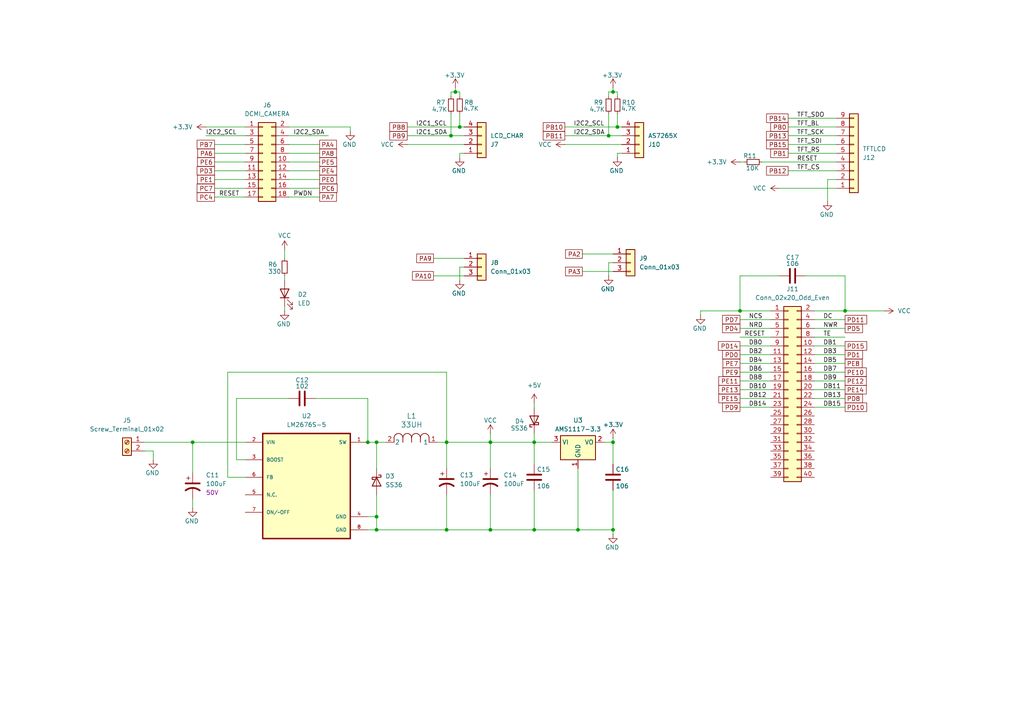
<source format=kicad_sch>
(kicad_sch (version 20250114) (generator "eeschema") (generator_version "9.0")
  (paper "A4")
  (lib_symbols
    (symbol "Connector:Screw_Terminal_01x02" (pin_names (offset 1.016) (hide yes))
      (property "Reference" "J" (at 0 2.54 0))
      (property "Value" "Screw_Terminal_01x02" (at 0 -5.08 0))
      (symbol "Screw_Terminal_01x02_1_1"
        (rectangle (start -1.27 1.27) (end 1.27 -3.81) (stroke (width 0.254)) (fill (type background)))
        (polyline (pts (xy -0.5334 0.3302) (xy 0.3302 -0.508)) (stroke (width 0.1524)))
        (polyline (pts (xy -0.5334 -2.2098) (xy 0.3302 -3.048)) (stroke (width 0.1524)))
        (polyline (pts (xy -0.3556 0.508) (xy 0.508 -0.3302)) (stroke (width 0.1524)))
        (polyline (pts (xy -0.3556 -2.032) (xy 0.508 -2.8702)) (stroke (width 0.1524)))
        (circle (center 0 0) (radius 0.635) (stroke (width 0.1524)))
        (circle (center 0 -2.54) (radius 0.635) (stroke (width 0.1524)))
        (pin passive line (at -5.08 0 0) (length 3.81) (name "Pin_1") (number "1"))
        (pin passive line (at -5.08 -2.54 0) (length 3.81) (name "Pin_2") (number "2"))
      )
    )
    (symbol "Connector_Generic:Conn_01x03" (pin_names (offset 1.016) (hide yes))
      (property "Reference" "J" (at 0 5.08 0))
      (property "Value" "Conn_01x03" (at 0 -5.08 0))
      (symbol "Conn_01x03_1_1"
        (rectangle (start -1.27 3.81) (end 1.27 -3.81) (stroke (width 0.254)) (fill (type background)))
        (rectangle (start -1.27 2.667) (end 0 2.413) (stroke (width 0.1524)))
        (rectangle (start -1.27 0.127) (end 0 -0.127) (stroke (width 0.1524)))
        (rectangle (start -1.27 -2.413) (end 0 -2.667) (stroke (width 0.1524)))
        (pin passive line (at -5.08 2.54 0) (length 3.81) (name "Pin_1") (number "1"))
        (pin passive line (at -5.08 0 0) (length 3.81) (name "Pin_2") (number "2"))
        (pin passive line (at -5.08 -2.54 0) (length 3.81) (name "Pin_3") (number "3"))
      )
    )
    (symbol "Connector_Generic:Conn_01x04" (pin_names (offset 1.016) (hide yes))
      (property "Reference" "J" (at 0 5.08 0))
      (property "Value" "Conn_01x04" (at 0 -7.62 0))
      (symbol "Conn_01x04_1_1"
        (rectangle (start -1.27 3.81) (end 1.27 -6.35) (stroke (width 0.254)) (fill (type background)))
        (rectangle (start -1.27 2.667) (end 0 2.413) (stroke (width 0.1524)))
        (rectangle (start -1.27 0.127) (end 0 -0.127) (stroke (width 0.1524)))
        (rectangle (start -1.27 -2.413) (end 0 -2.667) (stroke (width 0.1524)))
        (rectangle (start -1.27 -4.953) (end 0 -5.207) (stroke (width 0.1524)))
        (pin passive line (at -5.08 2.54 0) (length 3.81) (name "Pin_1") (number "1"))
        (pin passive line (at -5.08 0 0) (length 3.81) (name "Pin_2") (number "2"))
        (pin passive line (at -5.08 -2.54 0) (length 3.81) (name "Pin_3") (number "3"))
        (pin passive line (at -5.08 -5.08 0) (length 3.81) (name "Pin_4") (number "4"))
      )
    )
    (symbol "Connector_Generic:Conn_01x09" (pin_names (offset 1.016) (hide yes))
      (property "Reference" "J" (at 0 12.7 0))
      (property "Value" "Conn_01x09" (at 0 -12.7 0))
      (symbol "Conn_01x09_1_1"
        (rectangle (start -1.27 11.43) (end 1.27 -11.43) (stroke (width 0.254)) (fill (type background)))
        (rectangle (start -1.27 10.287) (end 0 10.033) (stroke (width 0.1524)))
        (rectangle (start -1.27 7.747) (end 0 7.493) (stroke (width 0.1524)))
        (rectangle (start -1.27 5.207) (end 0 4.953) (stroke (width 0.1524)))
        (rectangle (start -1.27 2.667) (end 0 2.413) (stroke (width 0.1524)))
        (rectangle (start -1.27 0.127) (end 0 -0.127) (stroke (width 0.1524)))
        (rectangle (start -1.27 -2.413) (end 0 -2.667) (stroke (width 0.1524)))
        (rectangle (start -1.27 -4.953) (end 0 -5.207) (stroke (width 0.1524)))
        (rectangle (start -1.27 -7.493) (end 0 -7.747) (stroke (width 0.1524)))
        (rectangle (start -1.27 -10.033) (end 0 -10.287) (stroke (width 0.1524)))
        (pin passive line (at -5.08 10.16 0) (length 3.81) (name "Pin_1") (number "1"))
        (pin passive line (at -5.08 7.62 0) (length 3.81) (name "Pin_2") (number "2"))
        (pin passive line (at -5.08 5.08 0) (length 3.81) (name "Pin_3") (number "3"))
        (pin passive line (at -5.08 2.54 0) (length 3.81) (name "Pin_4") (number "4"))
        (pin passive line (at -5.08 0 0) (length 3.81) (name "Pin_5") (number "5"))
        (pin passive line (at -5.08 -2.54 0) (length 3.81) (name "Pin_6") (number "6"))
        (pin passive line (at -5.08 -5.08 0) (length 3.81) (name "Pin_7") (number "7"))
        (pin passive line (at -5.08 -7.62 0) (length 3.81) (name "Pin_8") (number "8"))
        (pin passive line (at -5.08 -10.16 0) (length 3.81) (name "Pin_9") (number "9"))
      )
    )
    (symbol "Connector_Generic:Conn_02x09_Odd_Even" (pin_names (offset 1.016) (hide yes))
      (property "Reference" "J" (at 1.27 12.7 0))
      (property "Value" "Conn_02x09_Odd_Even" (at 1.27 -12.7 0))
      (symbol "Conn_02x09_Odd_Even_1_1"
        (rectangle (start -1.27 11.43) (end 3.81 -11.43) (stroke (width 0.254)) (fill (type background)))
        (rectangle (start -1.27 10.287) (end 0 10.033) (stroke (width 0.1524)))
        (rectangle (start -1.27 7.747) (end 0 7.493) (stroke (width 0.1524)))
        (rectangle (start -1.27 5.207) (end 0 4.953) (stroke (width 0.1524)))
        (rectangle (start -1.27 2.667) (end 0 2.413) (stroke (width 0.1524)))
        (rectangle (start -1.27 0.127) (end 0 -0.127) (stroke (width 0.1524)))
        (rectangle (start -1.27 -2.413) (end 0 -2.667) (stroke (width 0.1524)))
        (rectangle (start -1.27 -4.953) (end 0 -5.207) (stroke (width 0.1524)))
        (rectangle (start -1.27 -7.493) (end 0 -7.747) (stroke (width 0.1524)))
        (rectangle (start -1.27 -10.033) (end 0 -10.287) (stroke (width 0.1524)))
        (rectangle (start 3.81 10.287) (end 2.54 10.033) (stroke (width 0.1524)))
        (rectangle (start 3.81 7.747) (end 2.54 7.493) (stroke (width 0.1524)))
        (rectangle (start 3.81 5.207) (end 2.54 4.953) (stroke (width 0.1524)))
        (rectangle (start 3.81 2.667) (end 2.54 2.413) (stroke (width 0.1524)))
        (rectangle (start 3.81 0.127) (end 2.54 -0.127) (stroke (width 0.1524)))
        (rectangle (start 3.81 -2.413) (end 2.54 -2.667) (stroke (width 0.1524)))
        (rectangle (start 3.81 -4.953) (end 2.54 -5.207) (stroke (width 0.1524)))
        (rectangle (start 3.81 -7.493) (end 2.54 -7.747) (stroke (width 0.1524)))
        (rectangle (start 3.81 -10.033) (end 2.54 -10.287) (stroke (width 0.1524)))
        (pin passive line (at -5.08 10.16 0) (length 3.81) (name "Pin_1") (number "1"))
        (pin passive line (at -5.08 7.62 0) (length 3.81) (name "Pin_3") (number "3"))
        (pin passive line (at -5.08 5.08 0) (length 3.81) (name "Pin_5") (number "5"))
        (pin passive line (at -5.08 2.54 0) (length 3.81) (name "Pin_7") (number "7"))
        (pin passive line (at -5.08 0 0) (length 3.81) (name "Pin_9") (number "9"))
        (pin passive line (at -5.08 -2.54 0) (length 3.81) (name "Pin_11") (number "11"))
        (pin passive line (at -5.08 -5.08 0) (length 3.81) (name "Pin_13") (number "13"))
        (pin passive line (at -5.08 -7.62 0) (length 3.81) (name "Pin_15") (number "15"))
        (pin passive line (at -5.08 -10.16 0) (length 3.81) (name "Pin_17") (number "17"))
        (pin passive line (at 7.62 10.16 180) (length 3.81) (name "Pin_2") (number "2"))
        (pin passive line (at 7.62 7.62 180) (length 3.81) (name "Pin_4") (number "4"))
        (pin passive line (at 7.62 5.08 180) (length 3.81) (name "Pin_6") (number "6"))
        (pin passive line (at 7.62 2.54 180) (length 3.81) (name "Pin_8") (number "8"))
        (pin passive line (at 7.62 0 180) (length 3.81) (name "Pin_10") (number "10"))
        (pin passive line (at 7.62 -2.54 180) (length 3.81) (name "Pin_12") (number "12"))
        (pin passive line (at 7.62 -5.08 180) (length 3.81) (name "Pin_14") (number "14"))
        (pin passive line (at 7.62 -7.62 180) (length 3.81) (name "Pin_16") (number "16"))
        (pin passive line (at 7.62 -10.16 180) (length 3.81) (name "Pin_18") (number "18"))
      )
    )
    (symbol "Connector_Generic:Conn_02x20_Odd_Even" (pin_names (offset 1.016) (hide yes))
      (property "Reference" "J" (at 1.27 25.4 0))
      (property "Value" "Conn_02x20_Odd_Even" (at 1.27 -27.94 0))
      (symbol "Conn_02x20_Odd_Even_1_1"
        (rectangle (start -1.27 24.13) (end 3.81 -26.67) (stroke (width 0.254)) (fill (type background)))
        (rectangle (start -1.27 22.987) (end 0 22.733) (stroke (width 0.1524)))
        (rectangle (start -1.27 20.447) (end 0 20.193) (stroke (width 0.1524)))
        (rectangle (start -1.27 17.907) (end 0 17.653) (stroke (width 0.1524)))
        (rectangle (start -1.27 15.367) (end 0 15.113) (stroke (width 0.1524)))
        (rectangle (start -1.27 12.827) (end 0 12.573) (stroke (width 0.1524)))
        (rectangle (start -1.27 10.287) (end 0 10.033) (stroke (width 0.1524)))
        (rectangle (start -1.27 7.747) (end 0 7.493) (stroke (width 0.1524)))
        (rectangle (start -1.27 5.207) (end 0 4.953) (stroke (width 0.1524)))
        (rectangle (start -1.27 2.667) (end 0 2.413) (stroke (width 0.1524)))
        (rectangle (start -1.27 0.127) (end 0 -0.127) (stroke (width 0.1524)))
        (rectangle (start -1.27 -2.413) (end 0 -2.667) (stroke (width 0.1524)))
        (rectangle (start -1.27 -4.953) (end 0 -5.207) (stroke (width 0.1524)))
        (rectangle (start -1.27 -7.493) (end 0 -7.747) (stroke (width 0.1524)))
        (rectangle (start -1.27 -10.033) (end 0 -10.287) (stroke (width 0.1524)))
        (rectangle (start -1.27 -12.573) (end 0 -12.827) (stroke (width 0.1524)))
        (rectangle (start -1.27 -15.113) (end 0 -15.367) (stroke (width 0.1524)))
        (rectangle (start -1.27 -17.653) (end 0 -17.907) (stroke (width 0.1524)))
        (rectangle (start -1.27 -20.193) (end 0 -20.447) (stroke (width 0.1524)))
        (rectangle (start -1.27 -22.733) (end 0 -22.987) (stroke (width 0.1524)))
        (rectangle (start -1.27 -25.273) (end 0 -25.527) (stroke (width 0.1524)))
        (rectangle (start 3.81 22.987) (end 2.54 22.733) (stroke (width 0.1524)))
        (rectangle (start 3.81 20.447) (end 2.54 20.193) (stroke (width 0.1524)))
        (rectangle (start 3.81 17.907) (end 2.54 17.653) (stroke (width 0.1524)))
        (rectangle (start 3.81 15.367) (end 2.54 15.113) (stroke (width 0.1524)))
        (rectangle (start 3.81 12.827) (end 2.54 12.573) (stroke (width 0.1524)))
        (rectangle (start 3.81 10.287) (end 2.54 10.033) (stroke (width 0.1524)))
        (rectangle (start 3.81 7.747) (end 2.54 7.493) (stroke (width 0.1524)))
        (rectangle (start 3.81 5.207) (end 2.54 4.953) (stroke (width 0.1524)))
        (rectangle (start 3.81 2.667) (end 2.54 2.413) (stroke (width 0.1524)))
        (rectangle (start 3.81 0.127) (end 2.54 -0.127) (stroke (width 0.1524)))
        (rectangle (start 3.81 -2.413) (end 2.54 -2.667) (stroke (width 0.1524)))
        (rectangle (start 3.81 -4.953) (end 2.54 -5.207) (stroke (width 0.1524)))
        (rectangle (start 3.81 -7.493) (end 2.54 -7.747) (stroke (width 0.1524)))
        (rectangle (start 3.81 -10.033) (end 2.54 -10.287) (stroke (width 0.1524)))
        (rectangle (start 3.81 -12.573) (end 2.54 -12.827) (stroke (width 0.1524)))
        (rectangle (start 3.81 -15.113) (end 2.54 -15.367) (stroke (width 0.1524)))
        (rectangle (start 3.81 -17.653) (end 2.54 -17.907) (stroke (width 0.1524)))
        (rectangle (start 3.81 -20.193) (end 2.54 -20.447) (stroke (width 0.1524)))
        (rectangle (start 3.81 -22.733) (end 2.54 -22.987) (stroke (width 0.1524)))
        (rectangle (start 3.81 -25.273) (end 2.54 -25.527) (stroke (width 0.1524)))
        (pin passive line (at -5.08 22.86 0) (length 3.81) (name "Pin_1") (number "1"))
        (pin passive line (at -5.08 20.32 0) (length 3.81) (name "Pin_3") (number "3"))
        (pin passive line (at -5.08 17.78 0) (length 3.81) (name "Pin_5") (number "5"))
        (pin passive line (at -5.08 15.24 0) (length 3.81) (name "Pin_7") (number "7"))
        (pin passive line (at -5.08 12.7 0) (length 3.81) (name "Pin_9") (number "9"))
        (pin passive line (at -5.08 10.16 0) (length 3.81) (name "Pin_11") (number "11"))
        (pin passive line (at -5.08 7.62 0) (length 3.81) (name "Pin_13") (number "13"))
        (pin passive line (at -5.08 5.08 0) (length 3.81) (name "Pin_15") (number "15"))
        (pin passive line (at -5.08 2.54 0) (length 3.81) (name "Pin_17") (number "17"))
        (pin passive line (at -5.08 0 0) (length 3.81) (name "Pin_19") (number "19"))
        (pin passive line (at -5.08 -2.54 0) (length 3.81) (name "Pin_21") (number "21"))
        (pin passive line (at -5.08 -5.08 0) (length 3.81) (name "Pin_23") (number "23"))
        (pin passive line (at -5.08 -7.62 0) (length 3.81) (name "Pin_25") (number "25"))
        (pin passive line (at -5.08 -10.16 0) (length 3.81) (name "Pin_27") (number "27"))
        (pin passive line (at -5.08 -12.7 0) (length 3.81) (name "Pin_29") (number "29"))
        (pin passive line (at -5.08 -15.24 0) (length 3.81) (name "Pin_31") (number "31"))
        (pin passive line (at -5.08 -17.78 0) (length 3.81) (name "Pin_33") (number "33"))
        (pin passive line (at -5.08 -20.32 0) (length 3.81) (name "Pin_35") (number "35"))
        (pin passive line (at -5.08 -22.86 0) (length 3.81) (name "Pin_37") (number "37"))
        (pin passive line (at -5.08 -25.4 0) (length 3.81) (name "Pin_39") (number "39"))
        (pin passive line (at 7.62 22.86 180) (length 3.81) (name "Pin_2") (number "2"))
        (pin passive line (at 7.62 20.32 180) (length 3.81) (name "Pin_4") (number "4"))
        (pin passive line (at 7.62 17.78 180) (length 3.81) (name "Pin_6") (number "6"))
        (pin passive line (at 7.62 15.24 180) (length 3.81) (name "Pin_8") (number "8"))
        (pin passive line (at 7.62 12.7 180) (length 3.81) (name "Pin_10") (number "10"))
        (pin passive line (at 7.62 10.16 180) (length 3.81) (name "Pin_12") (number "12"))
        (pin passive line (at 7.62 7.62 180) (length 3.81) (name "Pin_14") (number "14"))
        (pin passive line (at 7.62 5.08 180) (length 3.81) (name "Pin_16") (number "16"))
        (pin passive line (at 7.62 2.54 180) (length 3.81) (name "Pin_18") (number "18"))
        (pin passive line (at 7.62 0 180) (length 3.81) (name "Pin_20") (number "20"))
        (pin passive line (at 7.62 -2.54 180) (length 3.81) (name "Pin_22") (number "22"))
        (pin passive line (at 7.62 -5.08 180) (length 3.81) (name "Pin_24") (number "24"))
        (pin passive line (at 7.62 -7.62 180) (length 3.81) (name "Pin_26") (number "26"))
        (pin passive line (at 7.62 -10.16 180) (length 3.81) (name "Pin_28") (number "28"))
        (pin passive line (at 7.62 -12.7 180) (length 3.81) (name "Pin_30") (number "30"))
        (pin passive line (at 7.62 -15.24 180) (length 3.81) (name "Pin_32") (number "32"))
        (pin passive line (at 7.62 -17.78 180) (length 3.81) (name "Pin_34") (number "34"))
        (pin passive line (at 7.62 -20.32 180) (length 3.81) (name "Pin_36") (number "36"))
        (pin passive line (at 7.62 -22.86 180) (length 3.81) (name "Pin_38") (number "38"))
        (pin passive line (at 7.62 -25.4 180) (length 3.81) (name "Pin_40") (number "40"))
      )
    )
    (symbol "Device:C" (pin_numbers (hide yes)) (pin_names (offset 0.254))
      (property "Reference" "C" (at 0.635 2.54 0))
      (property "Value" "C" (at 0.635 -2.54 0))
      (symbol "C_0_1"
        (polyline (pts (xy -2.032 0.762) (xy 2.032 0.762)) (stroke (width 0.508)))
        (polyline (pts (xy -2.032 -0.762) (xy 2.032 -0.762)) (stroke (width 0.508)))
      )
      (symbol "C_1_1"
        (pin passive line (at 0 3.81 270) (length 2.794) (name "~") (number "1"))
        (pin passive line (at 0 -3.81 90) (length 2.794) (name "~") (number "2"))
      )
    )
    (symbol "Device:C_Polarized_US" (pin_numbers (hide yes)) (pin_names (offset 0.254) (hide yes))
      (property "Reference" "C" (at 0.635 2.54 0))
      (property "Value" "C_Polarized_US" (at 0.635 -2.54 0))
      (symbol "C_Polarized_US_0_1"
        (polyline (pts (xy -2.032 0.762) (xy 2.032 0.762)) (stroke (width 0.508)))
        (polyline (pts (xy -1.778 2.286) (xy -0.762 2.286)))
        (polyline (pts (xy -1.27 1.778) (xy -1.27 2.794)))
        (arc (start -2.032 -1.27) (mid 0 -0.5572) (end 2.032 -1.27) (stroke (width 0.508)))
      )
      (symbol "C_Polarized_US_1_1"
        (pin passive line (at 0 3.81 270) (length 2.794) (name "~") (number "1"))
        (pin passive line (at 0 -3.81 90) (length 3.302) (name "~") (number "2"))
      )
    )
    (symbol "Device:LED" (pin_numbers (hide yes)) (pin_names (offset 1.016) (hide yes))
      (property "Reference" "D" (at 0 2.54 0))
      (property "Value" "LED" (at 0 -2.54 0))
      (symbol "LED_0_1"
        (polyline (pts (xy -3.048 -0.762) (xy -4.572 -2.286) (xy -3.81 -2.286) (xy -4.572 -2.286) (xy -4.572 -1.524)))
        (polyline (pts (xy -1.778 -0.762) (xy -3.302 -2.286) (xy -2.54 -2.286) (xy -3.302 -2.286) (xy -3.302 -1.524)))
        (polyline (pts (xy -1.27 0) (xy 1.27 0)))
        (polyline (pts (xy -1.27 -1.27) (xy -1.27 1.27)) (stroke (width 0.254)))
        (polyline (pts (xy 1.27 -1.27) (xy 1.27 1.27) (xy -1.27 0) (xy 1.27 -1.27)) (stroke (width 0.254)))
      )
      (symbol "LED_1_1"
        (pin passive line (at -3.81 0 0) (length 2.54) (name "K") (number "1"))
        (pin passive line (at 3.81 0 180) (length 2.54) (name "A") (number "2"))
      )
    )
    (symbol "Device:R_Small" (pin_numbers (hide yes)) (pin_names (offset 0.254) (hide yes))
      (property "Reference" "R" (at 0.762 0.508 0))
      (property "Value" "R_Small" (at 0.762 -1.016 0))
      (symbol "R_Small_0_1"
        (rectangle (start -0.762 1.778) (end 0.762 -1.778) (stroke (width 0.2032)))
      )
      (symbol "R_Small_1_1"
        (pin passive line (at 0 2.54 270) (length 0.762) (name "~") (number "1"))
        (pin passive line (at 0 -2.54 90) (length 0.762) (name "~") (number "2"))
      )
    )
    (symbol "Diode:SS36" (pin_numbers (hide yes)) (pin_names (offset 1.016) (hide yes))
      (property "Reference" "D" (at 0 2.54 0))
      (property "Value" "SS36" (at 0 -2.54 0))
      (symbol "SS36_0_1"
        (polyline (pts (xy -1.905 0.635) (xy -1.905 1.27) (xy -1.27 1.27) (xy -1.27 -1.27) (xy -0.635 -1.27) (xy -0.635 -0.635)) (stroke (width 0.254)))
        (polyline (pts (xy 1.27 1.27) (xy 1.27 -1.27) (xy -1.27 0) (xy 1.27 1.27)) (stroke (width 0.254)))
        (polyline (pts (xy 1.27 0) (xy -1.27 0)))
      )
      (symbol "SS36_1_1"
        (pin passive line (at -3.81 0 0) (length 2.54) (name "K") (number "1"))
        (pin passive line (at 3.81 0 180) (length 2.54) (name "A") (number "2"))
      )
    )
    (symbol "LM2676S-3.3_NOPB:LM2676S-3.3_NOPB" (pin_names (offset 1.016))
      (property "Reference" "U3" (at 0 20.32 0))
      (property "Value" "LM2676S-5" (at 0 17.78 0))
      (symbol "LM2676S-3.3_NOPB_0_0"
        (rectangle (start -12.7 -15.24) (end 12.7 15.24) (stroke (width 0.41)) (fill (type background)))
        (pin input line (at -17.78 12.7 0) (length 5.08) (name "VIN") (number "2"))
        (pin bidirectional line (at -17.78 7.62 0) (length 5.08) (name "BOOST") (number "3"))
        (pin bidirectional line (at -17.78 2.54 0) (length 5.08) (name "FB") (number "6"))
        (pin bidirectional line (at -17.78 -2.54 0) (length 5.08) (name "N.C.") (number "5"))
        (pin bidirectional line (at -17.78 -7.62 0) (length 5.08) (name "ON/~OFF") (number "7"))
        (pin output line (at 17.78 12.7 180) (length 5.08) (name "SW") (number "1"))
        (pin power_in line (at 17.78 -8.89 180) (length 5.08) (name "GND") (number "4"))
        (pin power_in line (at 17.78 -12.7 180) (length 5.08) (name "GND") (number "8"))
      )
    )
    (symbol "Regulator_Linear:AMS1117-3.3"
      (property "Reference" "U" (at -3.81 3.175 0))
      (property "Value" "AMS1117-3.3" (at 0 3.175 0))
      (symbol "AMS1117-3.3_0_1"
        (rectangle (start -5.08 -5.08) (end 5.08 1.905) (stroke (width 0.254)) (fill (type background)))
      )
      (symbol "AMS1117-3.3_1_1"
        (pin power_in line (at -7.62 0 0) (length 2.54) (name "VI") (number "3"))
        (pin power_in line (at 0 -7.62 90) (length 2.54) (name "GND") (number "1"))
        (pin power_out line (at 7.62 0 180) (length 2.54) (name "VO") (number "2"))
      )
    )
    (symbol "SparkFun-Capacitor:C_Polarized" (pin_numbers (hide yes)) (pin_names (offset 0.254) (hide yes))
      (property "Reference" "C" (at 0.635 2.54 0))
      (property "Value" "C_Polarized" (at 0.635 -2.54 0))
      (property "Tolerance" "100%" (at 0 -10.16 0))
      (property "Voltage" "1kV" (at 0 -7.62 0))
      (symbol "C_Polarized_0_1"
        (polyline (pts (xy -2.032 0.762) (xy 2.032 0.762)) (stroke (width 0.508)))
        (polyline (pts (xy -1.778 2.286) (xy -0.762 2.286)))
        (polyline (pts (xy -1.27 1.778) (xy -1.27 2.794)))
        (arc (start -2.032 -1.27) (mid 0 -0.5572) (end 2.032 -1.27) (stroke (width 0.508)))
      )
      (symbol "C_Polarized_1_1"
        (pin passive line (at 0 3.81 270) (length 2.794) (name "~") (number "1"))
        (pin passive line (at 0 -3.81 90) (length 3.302) (name "~") (number "2"))
      )
    )
    (symbol "power:+3.3V" (power) (pin_numbers (hide yes)) (pin_names (offset 0) (hide yes))
      (property "Value" "+3.3V" (at 0 3.556 0))
      (symbol "+3.3V_0_1"
        (polyline (pts (xy -0.762 1.27) (xy 0 2.54)))
        (polyline (pts (xy 0 2.54) (xy 0.762 1.27)))
        (polyline (pts (xy 0 0) (xy 0 2.54)))
      )
      (symbol "+3.3V_1_1"
        (pin power_in line (at 0 0 90) (length 0) (name "~") (number "1"))
      )
    )
    (symbol "power:+5V" (power) (pin_numbers (hide yes)) (pin_names (offset 0) (hide yes))
      (property "Value" "+5V" (at 0 3.556 0))
      (symbol "+5V_0_1"
        (polyline (pts (xy -0.762 1.27) (xy 0 2.54)))
        (polyline (pts (xy 0 2.54) (xy 0.762 1.27)))
        (polyline (pts (xy 0 0) (xy 0 2.54)))
      )
      (symbol "+5V_1_1"
        (pin power_in line (at 0 0 90) (length 0) (name "~") (number "1"))
      )
    )
    (symbol "power:GND" (power) (pin_numbers (hide yes)) (pin_names (offset 0) (hide yes))
      (property "Value" "GND" (at 0 -3.81 0))
      (symbol "GND_0_1"
        (polyline (pts (xy 0 0) (xy 0 -1.27) (xy 1.27 -1.27) (xy 0 -2.54) (xy -1.27 -1.27) (xy 0 -1.27)))
      )
      (symbol "GND_1_1"
        (pin power_in line (at 0 0 270) (length 0) (name "~") (number "1"))
      )
    )
    (symbol "ul_CDRH104RNP:CDRH104RNP-330NC" (pin_names (offset 0.254))
      (property "Reference" "L" (at 6.985 5.08 0))
      (property "Value" "CDRH104RNP-330NC" (at 6.985 -2.54 0))
      (symbol "CDRH104RNP-330NC_1_1"
        (polyline (pts (xy 2.54 0) (xy 2.54 1.27)) (stroke (width 0.2032)))
        (arc (start 2.54 1.27) (mid 3.81 2.5344) (end 5.08 1.27) (stroke (width 0.2032)))
        (polyline (pts (xy 5.08 0) (xy 5.08 1.27)) (stroke (width 0.2032)))
        (arc (start 5.08 1.27) (mid 6.35 2.5344) (end 7.62 1.27) (stroke (width 0.2032)))
        (polyline (pts (xy 7.62 0) (xy 7.62 1.27)) (stroke (width 0.2032)))
        (arc (start 7.62 1.27) (mid 8.89 2.5344) (end 10.16 1.27) (stroke (width 0.2032)))
        (polyline (pts (xy 10.16 0) (xy 10.16 1.27)) (stroke (width 0.2032)))
        (arc (start 10.16 1.27) (mid 11.43 2.5344) (end 12.7 1.27) (stroke (width 0.2032)))
        (polyline (pts (xy 12.7 0) (xy 12.7 1.27)) (stroke (width 0.2032)))
        (pin unspecified line (at 0 0 0) (length 2.54) (name "2") (number "2"))
        (pin unspecified line (at 15.24 0 180) (length 2.54) (name "1") (number "1"))
      )
      (symbol "CDRH104RNP-330NC_1_2"
        (arc (start -1.27 10.16) (mid -2.5344 11.43) (end -1.27 12.7) (stroke (width 0.2032)))
        (arc (start -1.27 7.62) (mid -2.5344 8.89) (end -1.27 10.16) (stroke (width 0.2032)))
        (arc (start -1.27 5.08) (mid -2.5344 6.35) (end -1.27 7.62) (stroke (width 0.2032)))
        (arc (start -1.27 2.54) (mid -2.5344 3.81) (end -1.27 5.08) (stroke (width 0.2032)))
        (polyline (pts (xy 0 12.7) (xy -1.27 12.7)) (stroke (width 0.2032)))
        (polyline (pts (xy 0 10.16) (xy -1.27 10.16)) (stroke (width 0.2032)))
        (polyline (pts (xy 0 7.62) (xy -1.27 7.62)) (stroke (width 0.2032)))
        (polyline (pts (xy 0 5.08) (xy -1.27 5.08)) (stroke (width 0.2032)))
        (polyline (pts (xy 0 2.54) (xy -1.27 2.54)) (stroke (width 0.2032)))
        (pin unspecified line (at 0 15.24 270) (length 2.54) (name "1") (number "1"))
        (pin unspecified line (at 0 0 90) (length 2.54) (name "2") (number "2"))
      )
    )
  )
  (junction (at 55.88 128.27))
  (junction (at 109.22 149.86))
  (junction (at 177.8 153.67))
  (junction (at 177.8 26.67))
  (junction (at 130.81 39.37))
  (junction (at 154.94 128.27))
  (junction (at 245.11 90.17))
  (junction (at 177.8 128.27))
  (junction (at 167.64 153.67))
  (junction (at 176.53 39.37))
  (junction (at 106.68 128.27))
  (junction (at 132.08 26.67))
  (junction (at 129.54 128.27))
  (junction (at 133.35 36.83))
  (junction (at 109.22 153.67))
  (junction (at 109.22 128.27))
  (junction (at 214.63 90.17))
  (junction (at 154.94 153.67))
  (junction (at 129.54 153.67))
  (junction (at 142.24 128.27))
  (junction (at 142.24 153.67))
  (junction (at 179.07 36.83))
  (wire (pts (xy 223.52 105.41) (xy 214.63 105.41)))
  (wire (pts (xy 220.98 46.99) (xy 242.57 46.99)))
  (wire (pts (xy 176.53 26.67) (xy 176.53 27.94)))
  (wire (pts (xy 176.53 80.01) (xy 176.53 76.2)))
  (wire (pts (xy 177.8 134.62) (xy 177.8 128.27)))
  (wire (pts (xy 214.63 46.99) (xy 215.9 46.99)))
  (wire (pts (xy 177.8 73.66) (xy 168.91 73.66)))
  (wire (pts (xy 106.68 128.27) (xy 109.22 128.27)))
  (wire (pts (xy 134.62 44.45) (xy 133.35 44.45)))
  (wire (pts (xy 71.12 46.99) (xy 62.23 46.99)))
  (wire (pts (xy 142.24 128.27) (xy 154.94 128.27)))
  (wire (pts (xy 177.8 142.24) (xy 177.8 153.67)))
  (wire (pts (xy 68.58 115.57) (xy 68.58 133.35)))
  (wire (pts (xy 214.63 80.01) (xy 214.63 90.17)))
  (wire (pts (xy 245.11 90.17) (xy 256.54 90.17)))
  (wire (pts (xy 44.45 130.81) (xy 41.91 130.81)))
  (wire (pts (xy 240.03 52.07) (xy 240.03 58.42)))
  (wire (pts (xy 142.24 143.51) (xy 142.24 153.67)))
  (wire (pts (xy 177.8 26.67) (xy 176.53 26.67)))
  (wire (pts (xy 245.11 100.33) (xy 236.22 100.33)))
  (wire (pts (xy 92.71 49.53) (xy 83.82 49.53)))
  (wire (pts (xy 223.52 118.11) (xy 214.63 118.11)))
  (wire (pts (xy 92.71 46.99) (xy 83.82 46.99)))
  (wire (pts (xy 242.57 44.45) (xy 228.6 44.45)))
  (wire (pts (xy 242.57 41.91) (xy 228.6 41.91)))
  (wire (pts (xy 106.68 149.86) (xy 109.22 149.86)))
  (wire (pts (xy 133.35 26.67) (xy 132.08 26.67)))
  (wire (pts (xy 203.2 91.44) (xy 203.2 90.17)))
  (wire (pts (xy 245.11 80.01) (xy 245.11 90.17)))
  (wire (pts (xy 245.11 95.25) (xy 236.22 95.25)))
  (wire (pts (xy 129.54 128.27) (xy 129.54 107.95)))
  (wire (pts (xy 129.54 128.27) (xy 142.24 128.27)))
  (wire (pts (xy 180.34 41.91) (xy 163.83 41.91)))
  (wire (pts (xy 109.22 128.27) (xy 111.76 128.27)))
  (wire (pts (xy 55.88 128.27) (xy 71.12 128.27)))
  (wire (pts (xy 55.88 128.27) (xy 55.88 137.16)))
  (wire (pts (xy 177.8 153.67) (xy 167.64 153.67)))
  (wire (pts (xy 176.53 76.2) (xy 177.8 76.2)))
  (wire (pts (xy 223.52 95.25) (xy 214.63 95.25)))
  (wire (pts (xy 91.44 115.57) (xy 106.68 115.57)))
  (wire (pts (xy 92.71 52.07) (xy 83.82 52.07)))
  (wire (pts (xy 223.52 92.71) (xy 214.63 92.71)))
  (wire (pts (xy 134.62 36.83) (xy 133.35 36.83)))
  (wire (pts (xy 68.58 133.35) (xy 71.12 133.35)))
  (wire (pts (xy 134.62 80.01) (xy 125.73 80.01)))
  (wire (pts (xy 180.34 36.83) (xy 179.07 36.83)))
  (wire (pts (xy 129.54 128.27) (xy 129.54 135.89)))
  (wire (pts (xy 223.52 113.03) (xy 214.63 113.03)))
  (wire (pts (xy 132.08 25.4) (xy 132.08 26.67)))
  (wire (pts (xy 41.91 128.27) (xy 55.88 128.27)))
  (wire (pts (xy 177.8 25.4) (xy 177.8 26.67)))
  (wire (pts (xy 245.11 113.03) (xy 236.22 113.03)))
  (wire (pts (xy 82.55 80.01) (xy 82.55 81.28)))
  (wire (pts (xy 130.81 33.02) (xy 130.81 39.37)))
  (wire (pts (xy 245.11 115.57) (xy 236.22 115.57)))
  (wire (pts (xy 180.34 39.37) (xy 176.53 39.37)))
  (wire (pts (xy 92.71 41.91) (xy 83.82 41.91)))
  (wire (pts (xy 127 128.27) (xy 129.54 128.27)))
  (wire (pts (xy 223.52 100.33) (xy 214.63 100.33)))
  (wire (pts (xy 106.68 115.57) (xy 106.68 128.27)))
  (wire (pts (xy 242.57 39.37) (xy 228.6 39.37)))
  (wire (pts (xy 66.04 107.95) (xy 66.04 138.43)))
  (wire (pts (xy 133.35 44.45) (xy 133.35 45.72)))
  (wire (pts (xy 236.22 90.17) (xy 245.11 90.17)))
  (wire (pts (xy 133.35 27.94) (xy 133.35 26.67)))
  (wire (pts (xy 223.52 107.95) (xy 214.63 107.95)))
  (wire (pts (xy 134.62 41.91) (xy 118.11 41.91)))
  (wire (pts (xy 133.35 77.47) (xy 134.62 77.47)))
  (wire (pts (xy 242.57 52.07) (xy 240.03 52.07)))
  (wire (pts (xy 142.24 128.27) (xy 142.24 135.89)))
  (wire (pts (xy 179.07 33.02) (xy 179.07 36.83)))
  (wire (pts (xy 242.57 49.53) (xy 228.6 49.53)))
  (wire (pts (xy 177.8 127) (xy 177.8 128.27)))
  (wire (pts (xy 130.81 39.37) (xy 134.62 39.37)))
  (wire (pts (xy 233.68 80.01) (xy 245.11 80.01)))
  (wire (pts (xy 179.07 27.94) (xy 179.07 26.67)))
  (wire (pts (xy 130.81 26.67) (xy 130.81 27.94)))
  (wire (pts (xy 242.57 36.83) (xy 228.6 36.83)))
  (wire (pts (xy 71.12 57.15) (xy 62.23 57.15)))
  (wire (pts (xy 154.94 128.27) (xy 154.94 134.62)))
  (wire (pts (xy 154.94 116.84) (xy 154.94 118.11)))
  (wire (pts (xy 118.11 39.37) (xy 130.81 39.37)))
  (wire (pts (xy 66.04 138.43) (xy 71.12 138.43)))
  (wire (pts (xy 177.8 128.27) (xy 175.26 128.27)))
  (wire (pts (xy 92.71 44.45) (xy 83.82 44.45)))
  (wire (pts (xy 134.62 74.93) (xy 125.73 74.93)))
  (wire (pts (xy 83.82 39.37) (xy 95.25 39.37)))
  (wire (pts (xy 223.52 97.79) (xy 214.63 97.79)))
  (wire (pts (xy 177.8 78.74) (xy 168.91 78.74)))
  (wire (pts (xy 242.57 54.61) (xy 226.06 54.61)))
  (wire (pts (xy 142.24 125.73) (xy 142.24 128.27)))
  (wire (pts (xy 176.53 33.02) (xy 176.53 39.37)))
  (wire (pts (xy 245.11 118.11) (xy 236.22 118.11)))
  (wire (pts (xy 109.22 135.89) (xy 109.22 128.27)))
  (wire (pts (xy 245.11 102.87) (xy 236.22 102.87)))
  (wire (pts (xy 109.22 153.67) (xy 109.22 149.86)))
  (wire (pts (xy 71.12 41.91) (xy 62.23 41.91)))
  (wire (pts (xy 101.6 38.1) (xy 101.6 36.83)))
  (wire (pts (xy 133.35 36.83) (xy 118.11 36.83)))
  (wire (pts (xy 109.22 149.86) (xy 109.22 143.51)))
  (wire (pts (xy 132.08 26.67) (xy 130.81 26.67)))
  (wire (pts (xy 101.6 36.83) (xy 83.82 36.83)))
  (wire (pts (xy 82.55 72.39) (xy 82.55 74.93)))
  (wire (pts (xy 214.63 90.17) (xy 223.52 90.17)))
  (wire (pts (xy 71.12 49.53) (xy 62.23 49.53)))
  (wire (pts (xy 133.35 33.02) (xy 133.35 36.83)))
  (wire (pts (xy 245.11 107.95) (xy 236.22 107.95)))
  (wire (pts (xy 129.54 143.51) (xy 129.54 153.67)))
  (wire (pts (xy 154.94 125.73) (xy 154.94 128.27)))
  (wire (pts (xy 44.45 133.35) (xy 44.45 130.81)))
  (wire (pts (xy 223.52 102.87) (xy 214.63 102.87)))
  (wire (pts (xy 179.07 26.67) (xy 177.8 26.67)))
  (wire (pts (xy 176.53 39.37) (xy 163.83 39.37)))
  (wire (pts (xy 92.71 57.15) (xy 83.82 57.15)))
  (wire (pts (xy 179.07 44.45) (xy 179.07 45.72)))
  (wire (pts (xy 177.8 153.67) (xy 177.8 154.94)))
  (wire (pts (xy 223.52 115.57) (xy 214.63 115.57)))
  (wire (pts (xy 71.12 54.61) (xy 62.23 54.61)))
  (wire (pts (xy 167.64 153.67) (xy 154.94 153.67)))
  (wire (pts (xy 55.88 144.78) (xy 55.88 147.32)))
  (wire (pts (xy 154.94 142.24) (xy 154.94 153.67)))
  (wire (pts (xy 71.12 52.07) (xy 62.23 52.07)))
  (wire (pts (xy 245.11 97.79) (xy 236.22 97.79)))
  (wire (pts (xy 142.24 153.67) (xy 129.54 153.67)))
  (wire (pts (xy 167.64 135.89) (xy 167.64 153.67)))
  (wire (pts (xy 180.34 44.45) (xy 179.07 44.45)))
  (wire (pts (xy 129.54 107.95) (xy 66.04 107.95)))
  (wire (pts (xy 245.11 92.71) (xy 236.22 92.71)))
  (wire (pts (xy 92.71 54.61) (xy 83.82 54.61)))
  (wire (pts (xy 106.68 153.67) (xy 109.22 153.67)))
  (wire (pts (xy 223.52 110.49) (xy 214.63 110.49)))
  (wire (pts (xy 242.57 34.29) (xy 228.6 34.29)))
  (wire (pts (xy 154.94 128.27) (xy 160.02 128.27)))
  (wire (pts (xy 71.12 44.45) (xy 62.23 44.45)))
  (wire (pts (xy 129.54 153.67) (xy 109.22 153.67)))
  (wire (pts (xy 82.55 88.9) (xy 82.55 90.17)))
  (wire (pts (xy 133.35 81.28) (xy 133.35 77.47)))
  (wire (pts (xy 245.11 105.41) (xy 236.22 105.41)))
  (wire (pts (xy 83.82 115.57) (xy 68.58 115.57)))
  (wire (pts (xy 179.07 36.83) (xy 163.83 36.83)))
  (wire (pts (xy 154.94 153.67) (xy 142.24 153.67)))
  (wire (pts (xy 245.11 110.49) (xy 236.22 110.49)))
  (wire (pts (xy 203.2 90.17) (xy 214.63 90.17)))
  (wire (pts (xy 59.69 39.37) (xy 71.12 39.37)))
  (wire (pts (xy 59.69 36.83) (xy 71.12 36.83)))
  (wire (pts (xy 226.06 80.01) (xy 214.63 80.01)))
  (label "DB13" (at 238.76 115.57 0))
  (label "DB15" (at 238.76 118.11 0))
  (label "TFT_SDI" (at 231.14 41.91 0))
  (label "TFT_RS" (at 231.14 44.45 0))
  (label "TFT_CS" (at 231.14 49.53 0))
  (label "I2C1_SCL" (at 120.65 36.83 0))
  (label "DB4" (at 217.17 105.41 0))
  (label "RESET" (at 231.14 46.99 0))
  (label "TFT_BL" (at 231.14 36.83 0))
  (label "DB6" (at 217.17 107.95 0))
  (label "I2C2_SCL" (at 166.37 36.83 0))
  (label "RESET" (at 63.5 57.15 0))
  (label "DB7" (at 238.76 107.95 0))
  (label "DB14" (at 217.17 118.11 0))
  (label "TFT_SDO" (at 231.14 34.29 0))
  (label "DB3" (at 238.76 102.87 0))
  (label "NCS" (at 217.17 92.71 0))
  (label "DB9" (at 238.76 110.49 0))
  (label "DB5" (at 238.76 105.41 0))
  (label "NWR" (at 238.76 95.25 0))
  (label "I2C1_SDA" (at 120.65 39.37 0))
  (label "I2C2_SDA" (at 166.37 39.37 0))
  (label "TFT_SCK" (at 231.14 39.37 0))
  (label "RESET" (at 215.9 97.79 0))
  (label "I2C2_SDA" (at 85.09 39.37 0))
  (label "DB2" (at 217.17 102.87 0))
  (label "NRD" (at 217.17 95.25 0))
  (label "DB8" (at 217.17 110.49 0))
  (label "TE" (at 238.76 97.79 0))
  (label "DB1" (at 238.76 100.33 0))
  (label "DB11" (at 238.76 113.03 0))
  (label "DC" (at 238.76 92.71 0))
  (label "DB0" (at 217.17 100.33 0))
  (label "DB10" (at 217.17 113.03 0))
  (label "DB12" (at 217.17 115.57 0))
  (label "I2C2_SCL" (at 59.69 39.37 0))
  (label "PWDN" (at 85.09 57.15 0))
  (global_label "PD10" (shape passive) (at 245.11 118.11 0) (property "Intersheetrefs" "${INTERSHEET_REFS}" (effects (hide yes))))
  (global_label "PC6" (shape passive) (at 92.71 54.61 0) (property "Intersheetrefs" "${INTERSHEET_REFS}" (effects (hide yes))))
  (global_label "PE11" (shape passive) (at 214.63 110.49 180) (property "Intersheetrefs" "${INTERSHEET_REFS}" (effects (hide yes))))
  (global_label "PD7" (shape passive) (at 214.63 92.71 180) (property "Intersheetrefs" "${INTERSHEET_REFS}" (effects (hide yes))))
  (global_label "PD0" (shape passive) (at 214.63 102.87 180) (property "Intersheetrefs" "${INTERSHEET_REFS}" (effects (hide yes))))
  (global_label "PE8" (shape passive) (at 245.11 105.41 0) (property "Intersheetrefs" "${INTERSHEET_REFS}" (effects (hide yes))))
  (global_label "PE15" (shape passive) (at 214.63 115.57 180) (property "Intersheetrefs" "${INTERSHEET_REFS}" (effects (hide yes))))
  (global_label "PE5" (shape passive) (at 92.71 46.99 0) (property "Intersheetrefs" "${INTERSHEET_REFS}" (effects (hide yes))))
  (global_label "PD1" (shape passive) (at 245.11 102.87 0) (property "Intersheetrefs" "${INTERSHEET_REFS}" (effects (hide yes))))
  (global_label "PA9" (shape passive) (at 125.73 74.93 180) (property "Intersheetrefs" "${INTERSHEET_REFS}" (effects (hide yes))))
  (global_label "PD9" (shape passive) (at 214.63 118.11 180) (property "Intersheetrefs" "${INTERSHEET_REFS}" (effects (hide yes))))
  (global_label "PA2" (shape passive) (at 168.91 73.66 180) (property "Intersheetrefs" "${INTERSHEET_REFS}" (effects (hide yes))))
  (global_label "PE13" (shape passive) (at 214.63 113.03 180) (property "Intersheetrefs" "${INTERSHEET_REFS}" (effects (hide yes))))
  (global_label "PE12" (shape passive) (at 245.11 110.49 0) (property "Intersheetrefs" "${INTERSHEET_REFS}" (effects (hide yes))))
  (global_label "PD14" (shape passive) (at 214.63 100.33 180) (property "Intersheetrefs" "${INTERSHEET_REFS}" (effects (hide yes))))
  (global_label "PE14" (shape passive) (at 245.11 113.03 0) (property "Intersheetrefs" "${INTERSHEET_REFS}" (effects (hide yes))))
  (global_label "PE7" (shape passive) (at 214.63 105.41 180) (property "Intersheetrefs" "${INTERSHEET_REFS}" (effects (hide yes))))
  (global_label "PC7" (shape passive) (at 62.23 54.61 180) (property "Intersheetrefs" "${INTERSHEET_REFS}" (effects (hide yes))))
  (global_label "PD4" (shape passive) (at 214.63 95.25 180) (property "Intersheetrefs" "${INTERSHEET_REFS}" (effects (hide yes))))
  (global_label "PE1" (shape passive) (at 62.23 52.07 180) (property "Intersheetrefs" "${INTERSHEET_REFS}" (effects (hide yes))))
  (global_label "PB7" (shape passive) (at 62.23 41.91 180) (property "Intersheetrefs" "${INTERSHEET_REFS}" (effects (hide yes))))
  (global_label "PB8" (shape passive) (at 118.11 36.83 180) (property "Intersheetrefs" "${INTERSHEET_REFS}" (effects (hide yes))))
  (global_label "PA4" (shape passive) (at 92.71 41.91 0) (property "Intersheetrefs" "${INTERSHEET_REFS}" (effects (hide yes))))
  (global_label "PE10" (shape passive) (at 245.11 107.95 0) (property "Intersheetrefs" "${INTERSHEET_REFS}" (effects (hide yes))))
  (global_label "PB13" (shape passive) (at 228.6 39.37 180) (property "Intersheetrefs" "${INTERSHEET_REFS}" (effects (hide yes))))
  (global_label "PD15" (shape passive) (at 245.11 100.33 0) (property "Intersheetrefs" "${INTERSHEET_REFS}" (effects (hide yes))))
  (global_label "PA6" (shape passive) (at 62.23 44.45 180) (property "Intersheetrefs" "${INTERSHEET_REFS}" (effects (hide yes))))
  (global_label "PE9" (shape passive) (at 214.63 107.95 180) (property "Intersheetrefs" "${INTERSHEET_REFS}" (effects (hide yes))))
  (global_label "PA7" (shape passive) (at 92.71 57.15 0) (property "Intersheetrefs" "${INTERSHEET_REFS}" (effects (hide yes))))
  (global_label "PD5" (shape passive) (at 245.11 95.25 0) (property "Intersheetrefs" "${INTERSHEET_REFS}" (effects (hide yes))))
  (global_label "PB12" (shape passive) (at 228.6 49.53 180) (property "Intersheetrefs" "${INTERSHEET_REFS}" (effects (hide yes))))
  (global_label "PD11" (shape passive) (at 245.11 92.71 0) (property "Intersheetrefs" "${INTERSHEET_REFS}" (effects (hide yes))))
  (global_label "PB1" (shape passive) (at 228.6 44.45 180) (property "Intersheetrefs" "${INTERSHEET_REFS}" (effects (hide yes))))
  (global_label "PB9" (shape passive) (at 118.11 39.37 180) (property "Intersheetrefs" "${INTERSHEET_REFS}" (effects (hide yes))))
  (global_label "PC4" (shape passive) (at 62.23 57.15 180) (property "Intersheetrefs" "${INTERSHEET_REFS}" (effects (hide yes))))
  (global_label "PE0" (shape passive) (at 92.71 52.07 0) (property "Intersheetrefs" "${INTERSHEET_REFS}" (effects (hide yes))))
  (global_label "PE4" (shape passive) (at 92.71 49.53 0) (property "Intersheetrefs" "${INTERSHEET_REFS}" (effects (hide yes))))
  (global_label "PB10" (shape passive) (at 163.83 36.83 180) (property "Intersheetrefs" "${INTERSHEET_REFS}" (effects (hide yes))))
  (global_label "PD3" (shape passive) (at 62.23 49.53 180) (property "Intersheetrefs" "${INTERSHEET_REFS}" (effects (hide yes))))
  (global_label "PB11" (shape passive) (at 163.83 39.37 180) (property "Intersheetrefs" "${INTERSHEET_REFS}" (effects (hide yes))))
  (global_label "PA10" (shape passive) (at 125.73 80.01 180) (property "Intersheetrefs" "${INTERSHEET_REFS}" (effects (hide yes))))
  (global_label "PB14" (shape passive) (at 228.6 34.29 180) (property "Intersheetrefs" "${INTERSHEET_REFS}" (effects (hide yes))))
  (global_label "PB15" (shape passive) (at 228.6 41.91 180) (property "Intersheetrefs" "${INTERSHEET_REFS}" (effects (hide yes))))
  (global_label "PE6" (shape passive) (at 62.23 46.99 180) (property "Intersheetrefs" "${INTERSHEET_REFS}" (effects (hide yes))))
  (global_label "PA8" (shape passive) (at 92.71 44.45 0) (property "Intersheetrefs" "${INTERSHEET_REFS}" (effects (hide yes))))
  (global_label "PB0" (shape passive) (at 228.6 36.83 180) (property "Intersheetrefs" "${INTERSHEET_REFS}" (effects (hide yes))))
  (global_label "PA3" (shape passive) (at 168.91 78.74 180) (property "Intersheetrefs" "${INTERSHEET_REFS}" (effects (hide yes))))
  (global_label "PD8" (shape passive) (at 245.11 115.57 0) (property "Intersheetrefs" "${INTERSHEET_REFS}" (effects (hide yes))))
  (symbol (lib_id "Connector_Generic:Conn_01x04") (at 139.7 41.91 0) (mirror x) (unit 1)
    (property "Reference" "J7" (at 142.24 41.9101 0) (effects (justify left)))
    (property "Value" "LCD_CHAR" (at 142.24 39.3701 0) (effects (justify left)))
    (property "Footprint" "Connector_PinHeader_2.54mm:PinHeader_1x04_P2.54mm_Vertical" (effects (hide yes)))
    (property "Description" "Generic connector, single row, 01x04, script generated (kicad-library-utils/schlib/autogen/connector/)" (effects (hide yes)))
  )
  (symbol (lib_id "SparkFun-Capacitor:C_Polarized") (at 55.88 140.97 0) (unit 1)
    (property "Reference" "C11" (at 59.69 137.7949 0) (effects (justify left)))
    (property "Value" "100uF" (at 59.69 140.3349 0) (effects (justify left)))
    (property "Footprint" "Capacitor_THT:CP_Radial_D8.0mm_P5.00mm" (effects (hide yes)))
    (property "Datasheet" "[link text](https://cdn.sparkfun.com/assets/8/a/4/a/5/Kemet_Capacitor_Datasheet.pdf)" (effects (hide yes)))
    (property "Description" "Polarized capacitor, US symbol" (effects (hide yes)))
    (property "PROD_ID" "CAP-00000" (effects (hide yes)))
    (property "Tolerance" "100%" (effects (hide yes)))
    (property "Voltage" "50V" (at 59.69 142.8749 0) (effects (justify left)))
  )
  (symbol (lib_id "power:+3.3V") (at 177.8 25.4 0) (unit 1)
    (property "Reference" "#PWR039" (effects (hide yes)))
    (property "Value" "+3.3V" (at 177.546 21.844 0))
    (property "Description" "Power symbol creates a global label with name \"+3.3V\"" (effects (hide yes)))
  )
  (symbol (lib_id "Connector_Generic:Conn_02x20_Odd_Even") (at 228.6 113.03 0) (unit 1)
    (property "Reference" "J11" (at 229.87 83.82 0))
    (property "Value" "Conn_02x20_Odd_Even" (at 229.87 86.36 0))
    (property "Footprint" "Connector_PinHeader_2.54mm:PinHeader_2x20_P2.54mm_Vertical" (effects (hide yes)))
    (property "Description" "Generic connector, double row, 02x20, odd/even pin numbering scheme (row 1 odd numbers, row 2 even numbers), script generated (kicad-library-utils/schlib/autogen/connector/)" (effects (hide yes)))
  )
  (symbol (lib_id "power:GND") (at 133.35 45.72 0) (unit 1)
    (property "Reference" "#PWR034" (effects (hide yes)))
    (property "Value" "GND" (at 133.096 49.53 0))
    (property "Description" "Power symbol creates a global label with name \"GND\" , ground" (effects (hide yes)))
  )
  (symbol (lib_id "Device:C_Polarized_US") (at 142.24 139.7 0) (unit 1)
    (property "Reference" "C14" (at 146.05 137.7949 0) (effects (justify left)))
    (property "Value" "100uF" (at 146.05 140.3349 0) (effects (justify left)))
    (property "Footprint" "Capacitor_THT:CP_Radial_D8.0mm_P5.00mm" (effects (hide yes)))
    (property "Description" "Polarized capacitor, US symbol" (effects (hide yes)))
  )
  (symbol (lib_id "power:GND") (at 101.6 38.1 0) (unit 1)
    (property "Reference" "#PWR031" (effects (hide yes)))
    (property "Value" "GND" (at 101.346 41.91 0))
    (property "Description" "Power symbol creates a global label with name \"GND\" , ground" (effects (hide yes)))
  )
  (symbol (lib_id "power:+3.3V") (at 118.11 41.91 90) (unit 1)
    (property "Reference" "#PWR032" (effects (hide yes)))
    (property "Value" "VCC" (at 114.3 41.9099 90) (effects (justify left)))
    (property "Description" "Power symbol creates a global label with name \"+3.3V\"" (effects (hide yes)))
  )
  (symbol (lib_id "power:GND") (at 179.07 45.72 0) (unit 1)
    (property "Reference" "#PWR042" (effects (hide yes)))
    (property "Value" "GND" (at 178.816 49.53 0))
    (property "Description" "Power symbol creates a global label with name \"GND\" , ground" (effects (hide yes)))
  )
  (symbol (lib_id "Connector_Generic:Conn_01x04") (at 185.42 41.91 0) (mirror x) (unit 1)
    (property "Reference" "J10" (at 187.96 41.9101 0) (effects (justify left)))
    (property "Value" "AS7265X" (at 187.96 39.3701 0) (effects (justify left)))
    (property "Footprint" "Connector_PinHeader_2.54mm:PinHeader_1x04_P2.54mm_Vertical" (effects (hide yes)))
    (property "Description" "Generic connector, single row, 01x04, script generated (kicad-library-utils/schlib/autogen/connector/)" (effects (hide yes)))
  )
  (symbol (lib_id "power:GND") (at 55.88 147.32 0) (unit 1)
    (property "Reference" "#PWR027" (effects (hide yes)))
    (property "Value" "GND" (at 55.626 151.13 0))
    (property "Description" "Power symbol creates a global label with name \"GND\" , ground" (effects (hide yes)))
  )
  (symbol (lib_id "power:GND") (at 203.2 91.44 0) (unit 1)
    (property "Reference" "#PWR043" (effects (hide yes)))
    (property "Value" "GND" (at 202.946 95.25 0))
    (property "Description" "Power symbol creates a global label with name \"GND\" , ground" (effects (hide yes)))
  )
  (symbol (lib_id "power:+5V") (at 154.94 116.84 0) (unit 1)
    (property "Reference" "#PWR051" (effects (hide yes)))
    (property "Value" "+5V" (at 154.94 111.76 0))
    (property "Description" "Power symbol creates a global label with name \"+5V\"" (effects (hide yes)))
  )
  (symbol (lib_id "power:GND") (at 82.55 90.17 0) (unit 1)
    (property "Reference" "#PWR030" (effects (hide yes)))
    (property "Value" "GND" (at 82.296 93.98 0))
    (property "Description" "Power symbol creates a global label with name \"GND\" , ground" (effects (hide yes)))
  )
  (symbol (lib_id "power:+3.3V") (at 59.69 36.83 90) (unit 1)
    (property "Reference" "#PWR028" (effects (hide yes)))
    (property "Value" "+3.3V" (at 55.88 36.8299 90) (effects (justify left)))
    (property "Description" "Power symbol creates a global label with name \"+3.3V\"" (effects (hide yes)))
  )
  (symbol (lib_id "Diode:SS36") (at 154.94 121.92 90) (unit 1)
    (property "Reference" "D4" (at 149.352 122.174 90) (effects (justify right)))
    (property "Value" "SS36" (at 148.082 124.206 90) (effects (justify right)))
    (property "Footprint" "Diode_SMD:D_SMA" (effects (hide yes)))
    (property "Datasheet" "https://www.vishay.com/docs/88751/ss32.pdf" (effects (hide yes)))
    (property "Description" "60V 3A Schottky Diode, SMA" (effects (hide yes)))
  )
  (symbol (lib_id "Connector:Screw_Terminal_01x02") (at 36.83 128.27 0) (mirror y) (unit 1)
    (property "Reference" "J5" (at 36.83 121.92 0))
    (property "Value" "Screw_Terminal_01x02" (at 36.83 124.46 0))
    (property "Footprint" "TerminalBlock:TerminalBlock_MaiXu_MX126-5.0-02P_1x02_P5.00mm" (effects (hide yes)))
    (property "Description" "Generic screw terminal, single row, 01x02, script generated (kicad-library-utils/schlib/autogen/connector/)" (effects (hide yes)))
  )
  (symbol (lib_id "Connector_Generic:Conn_01x03") (at 182.88 76.2 0) (unit 1)
    (property "Reference" "J9" (at 185.42 74.9299 0) (effects (justify left)))
    (property "Value" "Conn_01x03" (at 185.42 77.4699 0) (effects (justify left)))
    (property "Footprint" "Connector_PinHeader_2.54mm:PinHeader_1x03_P2.54mm_Vertical" (effects (hide yes)))
    (property "Description" "Generic connector, single row, 01x03, script generated (kicad-library-utils/schlib/autogen/connector/)" (effects (hide yes)))
  )
  (symbol (lib_id "Diode:SS36") (at 109.22 139.7 270) (unit 1)
    (property "Reference" "D3" (at 111.76 138.1124 90) (effects (justify left)))
    (property "Value" "SS36" (at 111.76 140.6524 90) (effects (justify left)))
    (property "Footprint" "Diode_SMD:D_SMA" (effects (hide yes)))
    (property "Datasheet" "https://www.vishay.com/docs/88751/ss32.pdf" (effects (hide yes)))
    (property "Description" "60V 3A Schottky Diode, SMA" (effects (hide yes)))
  )
  (symbol (lib_id "power:GND") (at 176.53 80.01 0) (unit 1)
    (property "Reference" "#PWR038" (effects (hide yes)))
    (property "Value" "GND" (at 176.276 83.82 0))
    (property "Description" "Power symbol creates a global label with name \"GND\" , ground" (effects (hide yes)))
  )
  (symbol (lib_id "Device:R_Small") (at 130.81 30.48 0) (unit 1)
    (property "Reference" "R7" (at 126.492 29.718 0) (effects (justify left)))
    (property "Value" "4.7K" (at 125.222 31.75 0) (effects (justify left)))
    (property "Footprint" "Resistor_THT:R_Axial_DIN0207_L6.3mm_D2.5mm_P10.16mm_Horizontal" (effects (hide yes)))
    (property "Description" "Resistor, small symbol" (effects (hide yes)))
  )
  (symbol (lib_id "power:+3.3V") (at 142.24 125.73 0) (unit 1)
    (property "Reference" "#PWR036" (effects (hide yes)))
    (property "Value" "VCC" (at 142.24 121.92 0))
    (property "Description" "Power symbol creates a global label with name \"+3.3V\"" (effects (hide yes)))
  )
  (symbol (lib_id "Device:C") (at 154.94 138.43 0) (unit 1)
    (property "Reference" "C15" (at 155.702 136.144 0) (effects (justify left)))
    (property "Value" "106" (at 155.702 140.97 0) (effects (justify left)))
    (property "Footprint" "Capacitor_THT:C_Disc_D7.5mm_W2.5mm_P5.00mm" (effects (hide yes)))
    (property "Description" "Unpolarized capacitor" (effects (hide yes)))
  )
  (symbol (lib_id "power:+3.3V") (at 214.63 46.99 90) (unit 1)
    (property "Reference" "#PWR044" (effects (hide yes)))
    (property "Value" "+3.3V" (at 210.82 46.9899 90) (effects (justify left)))
    (property "Description" "Power symbol creates a global label with name \"+3.3V\"" (effects (hide yes)))
  )
  (symbol (lib_id "Connector_Generic:Conn_02x09_Odd_Even") (at 76.2 46.99 0) (unit 1)
    (property "Reference" "J6" (at 77.47 30.48 0))
    (property "Value" "DCMI_CAMERA" (at 77.47 33.02 0))
    (property "Footprint" "Connector_PinHeader_2.54mm:PinHeader_2x09_P2.54mm_Vertical" (effects (hide yes)))
    (property "Description" "Generic connector, double row, 02x09, odd/even pin numbering scheme (row 1 odd numbers, row 2 even numbers), script generated (kicad-library-utils/schlib/autogen/connector/)" (effects (hide yes)))
  )
  (symbol (lib_id "Device:R_Small") (at 218.44 46.99 90) (unit 1)
    (property "Reference" "R11" (at 219.456 45.212 90) (effects (justify left)))
    (property "Value" "10K" (at 220.218 48.768 90) (effects (justify left)))
    (property "Footprint" "Resistor_THT:R_Axial_DIN0207_L6.3mm_D2.5mm_P10.16mm_Horizontal" (effects (hide yes)))
    (property "Description" "Resistor, small symbol" (effects (hide yes)))
  )
  (symbol (lib_id "power:+3.3V") (at 82.55 72.39 0) (unit 1)
    (property "Reference" "#PWR029" (effects (hide yes)))
    (property "Value" "VCC" (at 82.55 68.326 0))
    (property "Description" "Power symbol creates a global label with name \"+3.3V\"" (effects (hide yes)))
  )
  (symbol (lib_id "power:+3.3V") (at 132.08 25.4 0) (unit 1)
    (property "Reference" "#PWR033" (effects (hide yes)))
    (property "Value" "+3.3V" (at 131.826 21.844 0))
    (property "Description" "Power symbol creates a global label with name \"+3.3V\"" (effects (hide yes)))
  )
  (symbol (lib_id "Device:C") (at 87.63 115.57 90) (unit 1)
    (property "Reference" "C12" (at 87.63 110.236 90))
    (property "Value" "102" (at 87.63 112.014 90))
    (property "Footprint" "Capacitor_THT:C_Disc_D7.5mm_W2.5mm_P5.00mm" (effects (hide yes)))
    (property "Description" "Unpolarized capacitor" (effects (hide yes)))
  )
  (symbol (lib_id "Device:LED") (at 82.55 85.09 90) (unit 1)
    (property "Reference" "D2" (at 86.36 85.4074 90) (effects (justify right)))
    (property "Value" "LED" (at 86.36 87.9474 90) (effects (justify right)))
    (property "Footprint" "LED_THT:LED_D3.0mm" (effects (hide yes)))
    (property "Description" "Light emitting diode" (effects (hide yes)))
    (property "Sim.Pins" "1=K 2=A" (effects (hide yes)))
  )
  (symbol (lib_id "power:GND") (at 133.35 81.28 0) (unit 1)
    (property "Reference" "#PWR035" (effects (hide yes)))
    (property "Value" "GND" (at 133.096 85.09 0))
    (property "Description" "Power symbol creates a global label with name \"GND\" , ground" (effects (hide yes)))
  )
  (symbol (lib_id "LM2676S-3.3_NOPB:LM2676S-3.3_NOPB") (at 88.9 140.97 0) (unit 1)
    (property "Reference" "U2" (at 88.9 120.65 0))
    (property "Value" "LM2676S-5" (at 88.9 123.19 0))
    (property "Footprint" "LM2676S-3.3_NOPB:TO127P1435X464-8N" (effects (hide yes)))
    (property "MF" "Texas Instruments" (effects (hide yes)))
    (property "Description_1" "SIMPLE SWITCHER® 8V to 40V, 3A Low Component Count Step-Down Regulator" (effects (hide yes)))
    (property "Package" "TO-263-7 Texas Instruments" (effects (hide yes)))
    (property "Price" "None" (effects (hide yes)))
    (property "SnapEDA_Link" "https://www.snapeda.com/parts/LM2676S-3.3/NOPB/Texas+Instruments/view-part/?ref=snap" (effects (hide yes)))
    (property "MP" "LM2676S-3.3/NOPB" (effects (hide yes)))
    (property "Availability" "In Stock" (effects (hide yes)))
    (property "Check_prices" "https://www.snapeda.com/parts/LM2676S-3.3/NOPB/Texas+Instruments/view-part/?ref=eda" (effects (hide yes)))
  )
  (symbol (lib_id "Device:R_Small") (at 179.07 30.48 0) (unit 1)
    (property "Reference" "R10" (at 180.34 29.718 0) (effects (justify left)))
    (property "Value" "4.7K" (at 180.086 31.496 0) (effects (justify left)))
    (property "Footprint" "Resistor_THT:R_Axial_DIN0207_L6.3mm_D2.5mm_P10.16mm_Horizontal" (effects (hide yes)))
    (property "Description" "Resistor, small symbol" (effects (hide yes)))
  )
  (symbol (lib_id "Regulator_Linear:AMS1117-3.3") (at 167.64 128.27 0) (unit 1)
    (property "Reference" "U3" (at 167.64 121.92 0))
    (property "Value" "AMS1117-3.3" (at 167.64 124.46 0))
    (property "Footprint" "Package_TO_SOT_SMD:SOT-223-3_TabPin2" (effects (hide yes)))
    (property "Datasheet" "http://www.advanced-monolithic.com/pdf/ds1117.pdf" (effects (hide yes)))
    (property "Description" "1A Low Dropout regulator, positive, 3.3V fixed output, SOT-223" (effects (hide yes)))
  )
  (symbol (lib_id "power:GND") (at 240.03 58.42 0) (unit 1)
    (property "Reference" "#PWR046" (effects (hide yes)))
    (property "Value" "GND" (at 239.776 62.23 0))
    (property "Description" "Power symbol creates a global label with name \"GND\" , ground" (effects (hide yes)))
  )
  (symbol (lib_id "Device:R_Small") (at 82.55 77.47 0) (unit 1)
    (property "Reference" "R6" (at 77.724 76.708 0) (effects (justify left)))
    (property "Value" "330" (at 77.724 78.74 0) (effects (justify left)))
    (property "Footprint" "Resistor_THT:R_Axial_DIN0207_L6.3mm_D2.5mm_P10.16mm_Horizontal" (effects (hide yes)))
    (property "Description" "Resistor, small symbol" (effects (hide yes)))
  )
  (symbol (lib_id "power:GND") (at 177.8 154.94 0) (unit 1)
    (property "Reference" "#PWR041" (effects (hide yes)))
    (property "Value" "GND" (at 177.546 158.75 0))
    (property "Description" "Power symbol creates a global label with name \"GND\" , ground" (effects (hide yes)))
  )
  (symbol (lib_id "Connector_Generic:Conn_01x03") (at 139.7 77.47 0) (unit 1)
    (property "Reference" "J8" (at 142.24 76.1999 0) (effects (justify left)))
    (property "Value" "Conn_01x03" (at 142.24 78.7399 0) (effects (justify left)))
    (property "Footprint" "Connector_PinHeader_2.54mm:PinHeader_1x03_P2.54mm_Vertical" (effects (hide yes)))
    (property "Description" "Generic connector, single row, 01x03, script generated (kicad-library-utils/schlib/autogen/connector/)" (effects (hide yes)))
  )
  (symbol (lib_id "Device:C_Polarized_US") (at 129.54 139.7 0) (unit 1)
    (property "Reference" "C13" (at 133.35 137.7949 0) (effects (justify left)))
    (property "Value" "100uF" (at 133.35 140.3349 0) (effects (justify left)))
    (property "Footprint" "Capacitor_THT:CP_Radial_D8.0mm_P5.00mm" (effects (hide yes)))
    (property "Description" "Polarized capacitor, US symbol" (effects (hide yes)))
  )
  (symbol (lib_id "Device:C") (at 177.8 138.43 0) (unit 1)
    (property "Reference" "C16" (at 178.562 136.144 0) (effects (justify left)))
    (property "Value" "106" (at 178.562 140.97 0) (effects (justify left)))
    (property "Footprint" "Capacitor_THT:C_Disc_D7.5mm_W2.5mm_P5.00mm" (effects (hide yes)))
    (property "Description" "Unpolarized capacitor" (effects (hide yes)))
  )
  (symbol (lib_id "power:GND") (at 44.45 133.35 0) (unit 1)
    (property "Reference" "#PWR026" (effects (hide yes)))
    (property "Value" "GND" (at 44.196 137.16 0))
    (property "Description" "Power symbol creates a global label with name \"GND\" , ground" (effects (hide yes)))
  )
  (symbol (lib_id "power:+3.3V") (at 163.83 41.91 90) (unit 1)
    (property "Reference" "#PWR037" (effects (hide yes)))
    (property "Value" "VCC" (at 160.02 41.9099 90) (effects (justify left)))
    (property "Description" "Power symbol creates a global label with name \"+3.3V\"" (effects (hide yes)))
  )
  (symbol (lib_id "Device:R_Small") (at 133.35 30.48 0) (unit 1)
    (property "Reference" "R8" (at 134.62 29.718 0) (effects (justify left)))
    (property "Value" "4.7K" (at 134.366 31.496 0) (effects (justify left)))
    (property "Footprint" "Resistor_THT:R_Axial_DIN0207_L6.3mm_D2.5mm_P10.16mm_Horizontal" (effects (hide yes)))
    (property "Description" "Resistor, small symbol" (effects (hide yes)))
  )
  (symbol (lib_id "power:+3.3V") (at 177.8 127 0) (unit 1)
    (property "Reference" "#PWR040" (effects (hide yes)))
    (property "Value" "+3.3V" (at 177.8 123.19 0))
    (property "Description" "Power symbol creates a global label with name \"+3.3V\"" (effects (hide yes)))
  )
  (symbol (lib_id "Device:R_Small") (at 176.53 30.48 0) (unit 1)
    (property "Reference" "R9" (at 172.212 29.718 0) (effects (justify left)))
    (property "Value" "4.7K" (at 170.942 31.75 0) (effects (justify left)))
    (property "Footprint" "Resistor_THT:R_Axial_DIN0207_L6.3mm_D2.5mm_P10.16mm_Horizontal" (effects (hide yes)))
    (property "Description" "Resistor, small symbol" (effects (hide yes)))
  )
  (symbol (lib_id "power:+3.3V") (at 256.54 90.17 270) (unit 1)
    (property "Reference" "#PWR047" (effects (hide yes)))
    (property "Value" "VCC" (at 260.35 90.1699 90) (effects (justify left)))
    (property "Description" "Power symbol creates a global label with name \"+3.3V\"" (effects (hide yes)))
  )
  (symbol (lib_id "Connector_Generic:Conn_01x09") (at 247.65 44.45 0) (mirror x) (unit 1)
    (property "Reference" "J12" (at 250.19 45.7201 0) (effects (justify left)))
    (property "Value" "TFTLCD" (at 250.19 43.1801 0) (effects (justify left)))
    (property "Footprint" "Connector_PinHeader_2.54mm:PinHeader_1x09_P2.54mm_Vertical" (effects (hide yes)))
    (property "Description" "Generic connector, single row, 01x09, script generated (kicad-library-utils/schlib/autogen/connector/)" (effects (hide yes)))
  )
  (symbol (lib_id "Device:C") (at 229.87 80.01 90) (unit 1)
    (property "Reference" "C17" (at 229.87 74.676 90))
    (property "Value" "106" (at 229.87 76.454 90))
    (property "Footprint" "Capacitor_THT:C_Disc_D7.5mm_W2.5mm_P5.00mm" (effects (hide yes)))
    (property "Description" "Unpolarized capacitor" (effects (hide yes)))
  )
  (symbol (lib_id "power:+3.3V") (at 226.06 54.61 90) (unit 1)
    (property "Reference" "#PWR045" (effects (hide yes)))
    (property "Value" "VCC" (at 222.25 54.6099 90) (effects (justify left)))
    (property "Description" "Power symbol creates a global label with name \"+3.3V\"" (effects (hide yes)))
  )
  (symbol (lib_id "ul_CDRH104RNP:CDRH104RNP-330NC") (at 111.76 128.27 0) (unit 1)
    (property "Reference" "L1" (at 119.38 120.65 0) (effects (font (size 1.524 1.524))))
    (property "Value" "33UH" (at 119.38 123.19 0) (effects (font (size 1.524 1.524))))
    (property "Footprint" "Inductor_SMD:L_Bourns-SRN8040_8x8.15mm" (effects (hide yes)))
    (property "Datasheet" "CDRH104RNP-330NC" (effects (hide yes)))
  )
)
</source>
